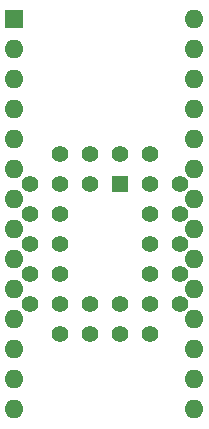
<source format=gbr>
%TF.GenerationSoftware,KiCad,Pcbnew,5.1.12-84ad8e8a86~92~ubuntu18.04.1*%
%TF.CreationDate,2023-08-16T23:14:37+02:00*%
%TF.ProjectId,EPROM-27512-GLS27SF512-v2,4550524f-4d2d-4323-9735-31322d474c53,r1*%
%TF.SameCoordinates,Original*%
%TF.FileFunction,Soldermask,Bot*%
%TF.FilePolarity,Negative*%
%FSLAX46Y46*%
G04 Gerber Fmt 4.6, Leading zero omitted, Abs format (unit mm)*
G04 Created by KiCad (PCBNEW 5.1.12-84ad8e8a86~92~ubuntu18.04.1) date 2023-08-16 23:14:37*
%MOMM*%
%LPD*%
G01*
G04 APERTURE LIST*
%ADD10C,1.422400*%
%ADD11R,1.422400X1.422400*%
%ADD12R,1.600000X1.600000*%
%ADD13O,1.600000X1.600000*%
G04 APERTURE END LIST*
D10*
%TO.C,U102*%
X100940000Y-83690000D03*
X100940000Y-86230000D03*
X100940000Y-88770000D03*
X100940000Y-91310000D03*
X98400000Y-86230000D03*
X98400000Y-88770000D03*
X98400000Y-91310000D03*
X98400000Y-93850000D03*
X98400000Y-96390000D03*
X95860000Y-96390000D03*
X93320000Y-96390000D03*
X90780000Y-96390000D03*
X100940000Y-93850000D03*
X95860000Y-93850000D03*
X93320000Y-93850000D03*
X90780000Y-93850000D03*
X88240000Y-93850000D03*
X88240000Y-91310000D03*
X88240000Y-88770000D03*
X88240000Y-86230000D03*
X88240000Y-83690000D03*
X90780000Y-91310000D03*
X90780000Y-88770000D03*
X90780000Y-86230000D03*
X90780000Y-83690000D03*
X98400000Y-81150000D03*
X95860000Y-81150000D03*
X90780000Y-81150000D03*
X93320000Y-81150000D03*
X98400000Y-83690000D03*
X93320000Y-83690000D03*
D11*
X95860000Y-83690000D03*
%TD*%
D12*
%TO.C,U101*%
X86952401Y-69723201D03*
D13*
X102192401Y-102743201D03*
X86952401Y-72263201D03*
X102192401Y-100203201D03*
X86952401Y-74803201D03*
X102192401Y-97663201D03*
X86952401Y-77343201D03*
X102192401Y-95123201D03*
X86952401Y-79883201D03*
X102192401Y-92583201D03*
X86952401Y-82423201D03*
X102192401Y-90043201D03*
X86952401Y-84963201D03*
X102192401Y-87503201D03*
X86952401Y-87503201D03*
X102192401Y-84963201D03*
X86952401Y-90043201D03*
X102192401Y-82423201D03*
X86952401Y-92583201D03*
X102192401Y-79883201D03*
X86952401Y-95123201D03*
X102192401Y-77343201D03*
X86952401Y-97663201D03*
X102192401Y-74803201D03*
X86952401Y-100203201D03*
X102192401Y-72263201D03*
X86952401Y-102743201D03*
X102192401Y-69723201D03*
%TD*%
M02*

</source>
